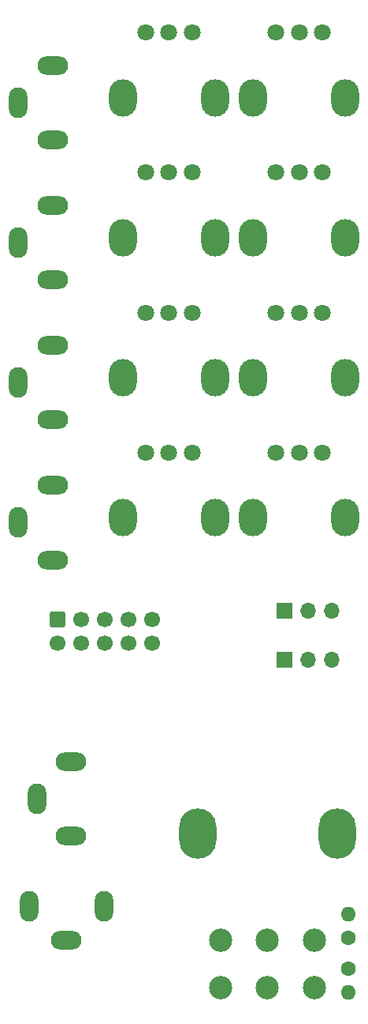
<source format=gbr>
%TF.GenerationSoftware,KiCad,Pcbnew,6.0.5-a6ca702e91~116~ubuntu22.04.1*%
%TF.CreationDate,2022-06-08T16:41:22-07:00*%
%TF.ProjectId,HEAR,48454152-2e6b-4696-9361-645f70636258,2.1*%
%TF.SameCoordinates,Original*%
%TF.FileFunction,Soldermask,Top*%
%TF.FilePolarity,Negative*%
%FSLAX46Y46*%
G04 Gerber Fmt 4.6, Leading zero omitted, Abs format (unit mm)*
G04 Created by KiCad (PCBNEW 6.0.5-a6ca702e91~116~ubuntu22.04.1) date 2022-06-08 16:41:22*
%MOMM*%
%LPD*%
G01*
G04 APERTURE LIST*
G04 Aperture macros list*
%AMRoundRect*
0 Rectangle with rounded corners*
0 $1 Rounding radius*
0 $2 $3 $4 $5 $6 $7 $8 $9 X,Y pos of 4 corners*
0 Add a 4 corners polygon primitive as box body*
4,1,4,$2,$3,$4,$5,$6,$7,$8,$9,$2,$3,0*
0 Add four circle primitives for the rounded corners*
1,1,$1+$1,$2,$3*
1,1,$1+$1,$4,$5*
1,1,$1+$1,$6,$7*
1,1,$1+$1,$8,$9*
0 Add four rect primitives between the rounded corners*
20,1,$1+$1,$2,$3,$4,$5,0*
20,1,$1+$1,$4,$5,$6,$7,0*
20,1,$1+$1,$6,$7,$8,$9,0*
20,1,$1+$1,$8,$9,$2,$3,0*%
G04 Aperture macros list end*
%ADD10O,3.300000X2.000000*%
%ADD11O,2.000000X3.300000*%
%ADD12O,3.000000X4.000000*%
%ADD13C,1.800000*%
%ADD14O,4.000000X5.400000*%
%ADD15C,2.500000*%
%ADD16RoundRect,0.250000X-0.600000X0.600000X-0.600000X-0.600000X0.600000X-0.600000X0.600000X0.600000X0*%
%ADD17C,1.700000*%
%ADD18R,1.700000X1.700000*%
%ADD19O,1.700000X1.700000*%
%ADD20C,1.600000*%
%ADD21O,1.600000X1.600000*%
G04 APERTURE END LIST*
D10*
%TO.C,J2*%
X5500000Y-28400000D03*
D11*
X1800000Y-24400000D03*
D10*
X5500000Y-20400000D03*
%TD*%
D12*
%TO.C,RV9*%
X27034000Y-53900000D03*
X36966000Y-53900000D03*
D13*
X29500000Y-46900000D03*
X32000000Y-46900000D03*
X34500000Y-46900000D03*
%TD*%
D10*
%TO.C,J1*%
X5500000Y-13400000D03*
D11*
X1800000Y-9400000D03*
D10*
X5500000Y-5400000D03*
%TD*%
%TO.C,J3*%
X5500000Y-43400000D03*
D11*
X1800000Y-39400000D03*
D10*
X5500000Y-35400000D03*
%TD*%
D12*
%TO.C,RV2*%
X13034000Y-8900000D03*
X22966000Y-8900000D03*
D13*
X15500000Y-1900000D03*
X18000000Y-1900000D03*
X20500000Y-1900000D03*
%TD*%
D12*
%TO.C,RV7*%
X36966000Y-23900000D03*
X27034000Y-23900000D03*
D13*
X29500000Y-16900000D03*
X32000000Y-16900000D03*
X34500000Y-16900000D03*
%TD*%
D12*
%TO.C,RV8*%
X27034000Y-38900000D03*
X36966000Y-38900000D03*
D13*
X29500000Y-31900000D03*
X32000000Y-31900000D03*
X34500000Y-31900000D03*
%TD*%
D14*
%TO.C,RV1*%
X36100000Y-87700000D03*
X21100000Y-87700000D03*
D15*
X33600000Y-99200000D03*
X28600000Y-99200000D03*
X23600000Y-99200000D03*
X33600000Y-104200000D03*
X28600000Y-104200000D03*
X23600000Y-104200000D03*
%TD*%
D12*
%TO.C,RV4*%
X22966000Y-38900000D03*
X13034000Y-38900000D03*
D13*
X15500000Y-31900000D03*
X18000000Y-31900000D03*
X20500000Y-31900000D03*
%TD*%
D10*
%TO.C,J13*%
X7500000Y-88000000D03*
D11*
X3800000Y-84000000D03*
D10*
X7500000Y-80000000D03*
%TD*%
D12*
%TO.C,RV3*%
X13034000Y-23900000D03*
X22966000Y-23900000D03*
D13*
X15500000Y-16900000D03*
X18000000Y-16900000D03*
X20500000Y-16900000D03*
%TD*%
D12*
%TO.C,RV5*%
X13034000Y-53900000D03*
X22966000Y-53900000D03*
D13*
X15500000Y-46900000D03*
X18000000Y-46900000D03*
X20500000Y-46900000D03*
%TD*%
D12*
%TO.C,RV6*%
X36966000Y-8900000D03*
X27034000Y-8900000D03*
D13*
X29500000Y-1900000D03*
X32000000Y-1900000D03*
X34500000Y-1900000D03*
%TD*%
D10*
%TO.C,J4*%
X5500000Y-58400000D03*
D11*
X1800000Y-54400000D03*
D10*
X5500000Y-50400000D03*
%TD*%
D11*
%TO.C,J14*%
X11000000Y-95500000D03*
D10*
X7000000Y-99200000D03*
D11*
X3000000Y-95500000D03*
%TD*%
D16*
%TO.C,J12*%
X6045200Y-64800000D03*
D17*
X6045200Y-67340000D03*
X8585200Y-64800000D03*
X8585200Y-67340000D03*
X11125200Y-64800000D03*
X11125200Y-67340000D03*
X13665200Y-64800000D03*
X13665200Y-67340000D03*
X16205200Y-64800000D03*
X16205200Y-67340000D03*
%TD*%
D18*
%TO.C,J5*%
X30429200Y-69062600D03*
D19*
X32969200Y-69062600D03*
X35509200Y-69062600D03*
%TD*%
D20*
%TO.C,R2*%
X37287200Y-102180600D03*
D21*
X37287200Y-104720600D03*
%TD*%
D18*
%TO.C,J6*%
X30444200Y-63855600D03*
D19*
X32984200Y-63855600D03*
X35524200Y-63855600D03*
%TD*%
D20*
%TO.C,R4*%
X37287200Y-98936600D03*
D21*
X37287200Y-96396600D03*
%TD*%
M02*

</source>
